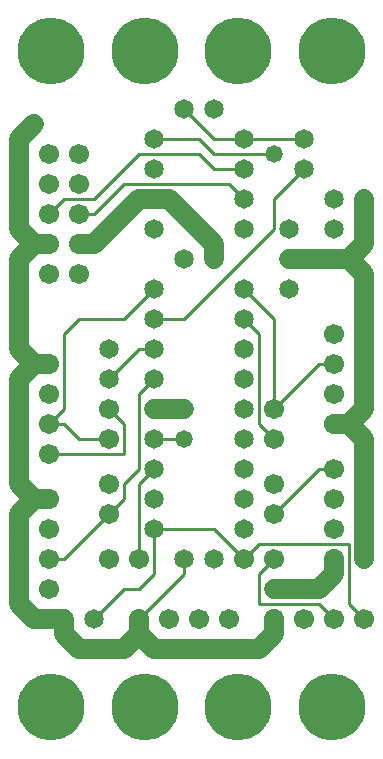
<source format=gbl>
%MOIN*%
%FSLAX25Y25*%
G04 D10 used for Character Trace; *
G04     Circle (OD=.01000) (No hole)*
G04 D11 used for Power Trace; *
G04     Circle (OD=.06500) (No hole)*
G04 D12 used for Signal Trace; *
G04     Circle (OD=.01100) (No hole)*
G04 D13 used for Via; *
G04     Circle (OD=.05800) (Round. Hole ID=.02800)*
G04 D14 used for Component hole; *
G04     Circle (OD=.06500) (Round. Hole ID=.03500)*
G04 D15 used for Component hole; *
G04     Circle (OD=.06700) (Round. Hole ID=.04300)*
G04 D16 used for Component hole; *
G04     Circle (OD=.08100) (Round. Hole ID=.05100)*
G04 D17 used for Component hole; *
G04     Circle (OD=.08900) (Round. Hole ID=.05900)*
G04 D18 used for Component hole; *
G04     Circle (OD=.11300) (Round. Hole ID=.08300)*
G04 D19 used for Component hole; *
G04     Circle (OD=.16000) (Round. Hole ID=.13000)*
G04 D20 used for Component hole; *
G04     Circle (OD=.18300) (Round. Hole ID=.15300)*
G04 D21 used for Component hole; *
G04     Circle (OD=.22291) (Round. Hole ID=.19291)*
%ADD10C,.01000*%
%ADD11C,.06500*%
%ADD12C,.01100*%
%ADD13C,.05800*%
%ADD14C,.06500*%
%ADD15C,.06700*%
%ADD16C,.08100*%
%ADD17C,.08900*%
%ADD18C,.11300*%
%ADD19C,.16000*%
%ADD20C,.18300*%
%ADD21C,.22291*%
%IPPOS*%
%LPD*%
G90*X0Y0D02*D21*X15625Y15625D03*D11*              
X25000Y35000D02*X40000D01*X45000Y40000D01*        
X50000Y35000D01*X85000D01*X90000Y40000D01*        
Y45000D01*D15*D03*D12*X85000Y50000D02*X105000D01* 
X110000Y45000D01*D15*D03*D12*X120000D02*          
X115000Y50000D01*D15*X120000Y45000D03*D12*        
X115000Y50000D02*Y70000D01*X85000D01*             
X80000Y65000D01*D15*D03*D12*X70000Y75000D01*      
X50000D01*D14*D03*D12*Y60000D01*X45000Y55000D01*  
X40000D01*X30000Y45000D01*D14*D03*D11*            
X25000Y35000D02*X20000Y40000D01*Y45000D01*D14*D03*
D11*X10000D01*X5000Y50000D01*Y80000D01*           
X10000Y85000D01*X15000D01*D15*D03*D11*X10000D02*  
X5000Y90000D01*Y125000D01*X10000Y130000D01*       
X15000D01*D15*D03*D11*X10000D02*X5000Y135000D01*  
Y165000D01*X10000Y170000D01*X15000D01*D15*D03*D11*
X10000D02*X5000Y175000D01*Y205000D01*             
X10000Y210000D01*D13*D03*D15*X15000Y200000D03*    
X25000D03*X15000Y190000D03*X25000D03*D21*         
X15625Y234375D03*D12*X15000Y180000D02*            
X20000Y185000D01*D15*X15000Y180000D03*D12*        
X20000Y185000D02*X30000D01*X45000Y200000D01*      
X65000D01*X70000Y195000D01*X80000D01*D14*D03*D12* 
Y185000D02*X75000Y190000D01*D14*X80000Y185000D03* 
D12*X40000Y190000D02*X75000D01*X30000Y180000D02*  
X40000Y190000D01*X25000Y180000D02*X30000D01*D15*  
X25000D03*Y170000D03*D11*X30000D01*               
X45000Y185000D01*X50000D01*D14*D03*D11*X55000D01* 
X70000Y170000D01*Y165000D01*D14*D03*              
X80000Y155000D03*D12*X90000Y145000D01*Y115000D01* 
D15*D03*D12*X105000Y130000D01*X110000D01*D15*D03* 
Y140000D03*Y120000D03*D11*X115000Y110000D02*      
X120000Y115000D01*Y105000D02*X115000Y110000D01*   
X120000Y65000D02*Y105000D01*D13*Y65000D03*D15*    
X110000Y75000D03*Y65000D03*D11*Y60000D01*         
X105000Y55000D01*X90000D01*D13*D03*D12*           
X85000Y50000D02*Y60000D01*X90000Y65000D01*D15*D03*
D14*X80000Y75000D03*D15*X90000Y80000D03*D12*      
X105000Y95000D01*X110000D01*D15*D03*Y85000D03*D11*
Y110000D02*X115000D01*D15*X110000D03*D11*         
X120000Y115000D02*Y160000D01*X115000Y165000D01*   
X95000D01*D14*D03*Y175000D03*Y155000D03*D12*      
X60000Y145000D02*X90000Y175000D01*                
X50000Y145000D02*X60000D01*D14*X50000D03*D12*     
X35000Y125000D02*X45000Y135000D01*D14*            
X35000Y125000D03*D12*X45000Y135000D02*X50000D01*  
D14*D03*D12*X25000Y145000D02*X40000D01*           
X20000Y140000D02*X25000Y145000D01*                
X20000Y115000D02*Y140000D01*X15000Y110000D02*     
X20000Y115000D01*D15*X15000Y110000D03*D12*        
X20000D01*X25000Y105000D01*X35000D01*D15*D03*D12* 
X15000Y100000D02*X40000D01*D15*X15000D03*         
X35000Y80000D03*D12*X20000Y65000D01*X15000D01*D15*
D03*Y75000D03*Y55000D03*X35000Y65000D03*D12*      
Y80000D02*X40000Y85000D01*Y90000D01*              
X45000Y95000D01*Y120000D01*X50000Y125000D01*D14*  
D03*D13*X60000Y115000D03*D11*X50000D01*D14*D03*   
D13*X60000Y105000D03*D12*X50000D01*D14*D03*D12*   
X40000Y100000D02*Y110000D01*D14*X50000Y95000D03*  
D12*X45000Y90000D01*Y65000D01*D15*D03*D12*        
Y45000D02*X60000Y60000D01*D15*X45000Y45000D03*D11*
Y40000D01*D15*X55000Y45000D03*D12*X60000Y60000D02*
Y65000D01*D14*D03*X70000D03*X80000Y85000D03*D15*  
X65000Y45000D03*D14*X50000Y85000D03*D15*          
X75000Y45000D03*X35000Y90000D03*D14*              
X80000Y95000D03*D15*X90000Y90000D03*Y105000D03*   
D12*X85000Y110000D01*Y140000D01*X80000Y145000D01* 
D14*D03*Y135000D03*X60000Y165000D03*              
X80000Y125000D03*X110000Y175000D03*X50000D03*D12* 
X90000D02*Y185000D01*X100000Y195000D01*D14*D03*   
X110000Y185000D03*D13*X90000Y200000D03*D12*       
X70000D01*X65000Y205000D01*X50000D01*D14*D03*     
X60000Y215000D03*D12*X70000Y205000D01*X80000D01*  
D14*D03*D12*X100000D01*D14*D03*X120000Y185000D03* 
D11*Y175000D01*D14*D03*D11*Y170000D01*            
X115000Y165000D01*D14*X80000Y175000D03*Y115000D03*
X70000Y215000D03*X80000Y105000D03*                
X50000Y195000D03*Y155000D03*D12*X40000Y145000D01* 
D14*X35000Y135000D03*D15*X25000Y160000D03*        
X15000Y120000D03*Y160000D03*X35000Y115000D03*D12* 
X40000Y110000D01*D15*X100000Y45000D03*D21*        
X46875Y15625D03*X78125D03*X109375D03*Y234375D03*  
X78125D03*X46875D03*M02*                          

</source>
